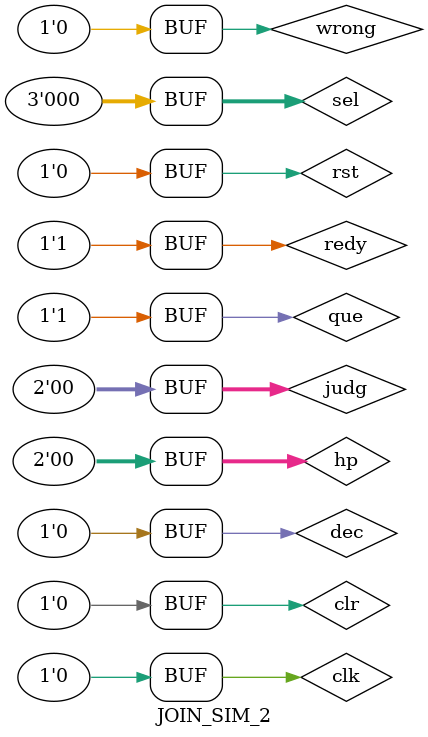
<source format=v>
`timescale 1ns / 100ps

module JOIN_SIM_2();

reg clk, rst, redy, que, wrong, dec, clr;
reg [1:0] judg, hp;
reg [2:0] sel;

wire [3:0] seg1, seg2, seg3, seg4, seg5, seg6, seg1_q, seg2_q, seg3_q, count1, count2, count3;
wire led;

JOIN j0(
//----------------input-----------
    .CLK(clk),
    .RST(rst),
    .READY(redy),
    .JUDG(judg),
    .QUE(que),
    .WRONG(wrong),
    .HP(hp),
    .SEL(sel),
    .DEC(dec),
    .CLR(clr),

 //----------------output----------   
    .SEG1(seg1),
    .SEG2(seg2),
    .SEG3(seg3),
    .SEG4(seg4),
    .SEG5(seg5),
    .SEG6(seg6),
    .SEG1_Q(seg1_q),
    .SEG2_Q(seg2_q),
    .SEG3_Q(seg3_q),
    .COUNT1_OUT(count1),
    .COUNT2_OUT(count2),
    .COUNT3_OUT(count3),
    .LED(led)

);


always begin
        clk = 1;
  #0.8  clk = 0;
  #0.8;
end


initial begin


  rst = 0;
  redy = 0;
  que = 0;
  wrong = 0;
  judg = 2'b0;
  hp = 2'b0;
  sel = 3'b0;
  dec = 0;
  clr = 0;


#20 redy = 1;
#40 que = 1; //Switch to "INPUT"

end


endmodule
</source>
